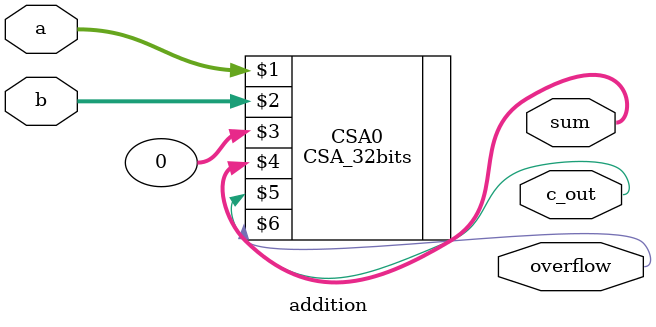
<source format=v>
module addition(a, b, sum, c_out, overflow);
	
	//declare inputs and outputs
	input [31:0] a, b;
	output [31:0] sum;
	output c_out, overflow;
	
	CSA_32bits CSA0(a, b, 0, sum, c_out, overflow);

endmodule

</source>
